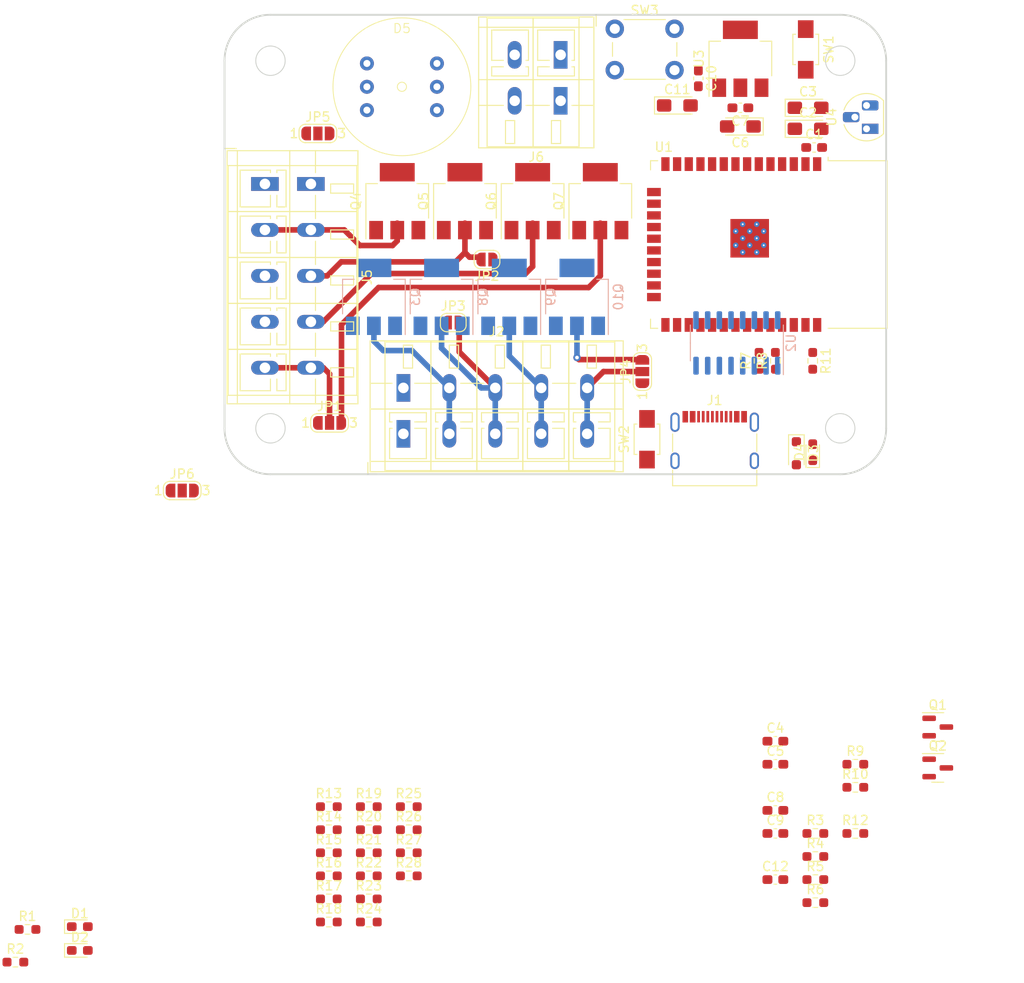
<source format=kicad_pcb>
(kicad_pcb (version 20221018) (generator pcbnew)
  (layers (0 "F.Cu" signal) (31 "B.Cu" signal) (34 "B.Paste" user) (35 "F.Paste" user) (36 "B.SilkS" user "B.Silkscreen") (37 "F.SilkS" user "F.Silkscreen") (38 "B.Mask" user) (39 "F.Mask" user) (44 "Edge.Cuts" user))
  (net 0 "")
  (net 1 "+3.3V")
  (net 2 "GND")
  (net 3 "ESP_EN")
  (net 4 "+5V")
  (net 5 "ESP_IO0")
  (net 6 "Net-(D1-K)")
  (net 7 "Net-(D2-K)")
  (net 8 "Net-(D3-A)")
  (net 9 "Net-(D4-A)")
  (net 11 "D+")
  (net 12 "D-")
  (net 13 "Net-(J1-SBU1)")
  (net 15 "Net-(J1-SBU2)")
  (net 16 "IO33")
  (net 17 "IO32")
  (net 18 "IO35")
  (net 19 "IO34")
  (net 20 "Net-(Q1-B)")
  (net 21 "~{RTS}")
  (net 22 "Net-(Q2-B)")
  (net 23 "~{DTR}")
  (net 24 "TX")
  (net 25 "RX")
  (net 26 "ESP_RX")
  (net 27 "ESP_TX")
  (net 28 "SENSE0")
  (net 37 "IO2_DONOTUSE")
  (net 46 "Button0")
  (net 47 "+24V")
  (net 48 "Net-(J2-Pin_2)")
  (net 49 "Net-(J2-Pin_3)")
  (net 50 "Net-(J2-Pin_4)")
  (net 51 "Net-(J2-Pin_5)")
  (net 52 "Net-(J5-Pin_2)")
  (net 53 "Net-(J5-Pin_3)")
  (net 54 "Net-(J5-Pin_4)")
  (net 55 "Net-(J5-Pin_5)")
  (net 56 "Net-(JP1-B)")
  (net 57 "G1")
  (net 58 "G2")
  (net 59 "Net-(JP4-B)")
  (net 60 "Net-(Q3-G)")
  (net 61 "Net-(Q4-G)")
  (net 62 "Net-(Q5-G)")
  (net 63 "Net-(Q6-G)")
  (net 64 "Net-(Q7-G)")
  (net 65 "Net-(Q8-G)")
  (net 66 "Net-(Q9-G)")
  (net 67 "Net-(Q10-G)")
  (net 68 "R2")
  (net 69 "R1")
  (net 70 "B1")
  (net 71 "W1")
  (net 72 "B2")
  (net 73 "W2")
  (net 74 "IO25")
  (net 75 "MIC_WS")
  (net 76 "IO14")
  (net 77 "IO12")
  (net 78 "IO13")
  (net 79 "IO15")
  (net 80 "IO4")
  (net 81 "IO16")
  (net 82 "IO17")
  (net 83 "MIC_SCK")
  (net 84 "IO18")
  (net 85 "MIC_SD")
  (net 86 "IO22")
  (net 87 "IO23")
  (net 88 "Net-(J2-Pin_1)")
  (net 89 "Net-(J5-Pin_1)")
  (footprint "Resistor_SMD:R_0603_1608Metric_Pad0.98x0.95mm_HandSolder" (layer "F.Cu") (at 68.644 31.556)
    (fp_text reference "R9")
    (fp_text value "10k")
  )
  (footprint "Resistor_SMD:R_0603_1608Metric_Pad0.98x0.95mm_HandSolder" (layer "F.Cu") (at 20.052 36.172)
    (fp_text reference "R25")
    (fp_text value "10k")
  )
  (footprint "Resistor_SMD:R_0603_1608Metric_Pad0.98x0.95mm_HandSolder" (layer "F.Cu") (at 58.166 -12.3425 90)
    (fp_text reference "R7")
    (fp_text value "100R")
  )
  (footprint "Jumper:SolderJumper-2_P1.3mm_Open_RoundedPad1.0x1.5mm" (layer "F.Cu") (at 24.892 -16.51)
    (fp_text reference "JP3")
    (fp_text value "SolderJumper_2_Open")
  )
  (footprint "Package_TO_SOT_SMD:SOT-223" (layer "F.Cu") (at 26.162 -29.718 90)
    (fp_text reference "Q5")
    (fp_text value "IRFL4105PBF")
  )
  (footprint "Resistor_SMD:R_0603_1608Metric_Pad0.98x0.95mm_HandSolder" (layer "F.Cu") (at -22.7565 53.086)
    (fp_text reference "R2")
    (fp_text value "1k")
  )
  (footprint "Resistor_SMD:R_0603_1608Metric_Pad0.98x0.95mm_HandSolder" (layer "F.Cu") (at 15.702 41.192)
    (fp_text reference "R21")
    (fp_text value "100R")
  )
  (footprint "RF_Module:ESP32-WROOM-32" (layer "F.Cu") (at 56.239 -25 -90)
    (fp_text reference "U1")
    (fp_text value "ESP32-WROOM-32")
  )
  (footprint "GioN_Custom:TerminalBlock_WAGO_236-402_1x02_P5.00mm_45Degree" (layer "F.Cu") (at 36.576 -40.64 180)
    (fp_text reference "J6")
    (fp_text value "Conn_01x02")
  )
  (footprint "Resistor_SMD:R_0603_1608Metric_Pad0.98x0.95mm_HandSolder" (layer "F.Cu") (at 64.294 46.616)
    (fp_text reference "R6")
    (fp_text value "5k")
  )
  (footprint "Package_TO_SOT_SMD:SOT-223" (layer "F.Cu") (at 40.894 -29.718 90)
    (fp_text reference "Q7")
    (fp_text value "IRFL4105PBF")
  )
  (footprint "Resistor_SMD:R_0603_1608Metric_Pad0.98x0.95mm_HandSolder" (layer "F.Cu") (at 15.702 48.722)
    (fp_text reference "R24")
    (fp_text value "100R")
  )
  (footprint "GioN_Custom:TerminalBlock_WAGO_236-405_1x05_P5.00mm_45Degree" (layer "F.Cu") (at 9.398 -31.59 -90)
    (fp_text reference "J5")
    (fp_text value "Conn_01x05")
  )
  (footprint "Jumper:SolderJumper-3_P1.3mm_Open_RoundedPad1.0x1.5mm_NumberLabels" (layer "F.Cu") (at 10.16 -37.084)
    (fp_text reference "JP5")
    (fp_text value "SolderJumper_3_Open")
  )
  (footprint "Capacitor_SMD:C_0603_1608Metric_Pad1.08x0.95mm_HandSolder" (layer "F.Cu") (at 59.944 44.106)
    (fp_text reference "C12")
    (fp_text value "100n")
  )
  (footprint "Resistor_SMD:R_0603_1608Metric_Pad0.98x0.95mm_HandSolder" (layer "F.Cu") (at 20.052 43.702)
    (fp_text reference "R28")
    (fp_text value "10k")
  )
  (footprint "Resistor_SMD:R_0603_1608Metric_Pad0.98x0.95mm_HandSolder" (layer "F.Cu") (at -21.4395 49.53)
    (fp_text reference "R1")
    (fp_text value "1k")
  )
  (footprint "Package_TO_SOT_SMD:SOT-223-3_TabPin2" (layer "F.Cu") (at 56.134 -45.212 90)
    (fp_text reference "U3")
    (fp_text value "NCP1117-3.3")
  )
  (footprint "Package_TO_SOT_SMD:SOT-23" (layer "F.Cu") (at 77.614 27.506)
    (fp_text reference "Q1")
    (fp_text value "BC847")
  )
  (footprint "Capacitor_Tantalum_SMD:CP_EIA-3216-18_Kemet-A_Pad1.58x1.35mm_HandSolder" (layer "F.Cu") (at 49.276 -40.132)
    (fp_text reference "C11")
    (fp_text value "10u")
  )
  (footprint "Capacitor_SMD:C_0603_1608Metric_Pad1.08x0.95mm_HandSolder" (layer "F.Cu") (at 51.562 -43.0795 -90)
    (fp_text reference "C10")
    (fp_text value "100n")
  )
  (footprint "Resistor_SMD:R_0603_1608Metric_Pad0.98x0.95mm_HandSolder" (layer "F.Cu") (at 15.702 46.212)
    (fp_text reference "R23")
    (fp_text value "100R")
  )
  (footprint "Resistor_SMD:R_0603_1608Metric_Pad0.98x0.95mm_HandSolder" (layer "F.Cu") (at 68.644 39.086)
    (fp_text reference "R12")
    (fp_text value "10k")
  )
  (footprint "Jumper:SolderJumper-3_P1.3mm_Open_RoundedPad1.0x1.5mm_NumberLabels" (layer "F.Cu") (at -4.602 1.772)
    (fp_text reference "JP6")
    (fp_text value "SolderJumper_3_Open")
  )
  (footprint "Capacitor_Tantalum_SMD:CP_EIA-3216-18_Kemet-A_Pad1.58x1.35mm_HandSolder" (layer "F.Cu") (at 63.5 -39.878)
    (fp_text reference "C3")
    (fp_text value "10u")
  )
  (footprint "Resistor_SMD:R_0603_1608Metric_Pad0.98x0.95mm_HandSolder" (layer "F.Cu") (at 20.052 38.682)
    (fp_text reference "R26")
    (fp_text value "10k")
  )
  (footprint "Package_TO_SOT_SMD:SOT-223" (layer "F.Cu") (at 33.528 -29.718 90)
    (fp_text reference "Q6")
    (fp_text value "IRFL4105PBF")
  )
  (footprint "Resistor_SMD:R_0603_1608Metric_Pad0.98x0.95mm_HandSolder" (layer "F.Cu") (at 11.352 43.702)
    (fp_text reference "R16")
    (fp_text value "10k")
  )
  (footprint "Diode_SMD:D_SOD-323_HandSoldering" (layer "F.Cu") (at 62.23 -2.286 -90)
    (fp_text reference "D3")
    (fp_text value "BAT60A")
  )
  (footprint "Resistor_SMD:R_0603_1608Metric_Pad0.98x0.95mm_HandSolder" (layer "F.Cu") (at 64.294 44.106)
    (fp_text reference "R5")
    (fp_text value "5k1")
  )
  (footprint "Jumper:SolderJumper-3_P1.3mm_Open_RoundedPad1.0x1.5mm_NumberLabels" (layer "F.Cu") (at 45.466 -11.176 90)
    (fp_text reference "JP4")
    (fp_text value "SolderJumper_3_Open")
  )
  (footprint "Resistor_SMD:R_0603_1608Metric_Pad0.98x0.95mm_HandSolder" (layer "F.Cu") (at 20.052 41.192)
    (fp_text reference "R27")
    (fp_text value "10k")
  )
  (footprint "GioN_Custom:TerminalBlock_WAGO_236-405_1x05_P5.00mm_45Degree" (layer "F.Cu") (at 19.464 -9.398)
    (fp_text reference "J2")
    (fp_text value "Conn_01x05")
  )
  (footprint "Button_Switch_THT:SW_PUSH_6mm_H13mm" (layer "F.Cu") (at 42.47 -48.478)
    (fp_text reference "SW3")
    (fp_text value "SW_Push")
  )
  (footprint "Resistor_SMD:R_0603_1608Metric_Pad0.98x0.95mm_HandSolder" (layer "F.Cu") (at 11.352 38.682)
    (fp_text reference "R14")
    (fp_text value "100R")
  )
  (footprint "LED_SMD:LED_0603_1608Metric_Pad1.05x0.95mm_HandSolder" (layer "F.Cu") (at -15.748 51.816)
    (fp_text reference "D2")
    (fp_text value "LED")
  )
  (footprint "GioN_Custom:SW_SPST_B3U-1000P" (layer "F.Cu") (at 45.974 -3.81 90)
    (fp_text reference "SW2")
    (fp_text value "SW_BOOT")
  )
  (footprint "Capacitor_SMD:C_0603_1608Metric_Pad1.08x0.95mm_HandSolder" (layer "F.Cu") (at 59.944 29.046)
    (fp_text reference "C4")
    (fp_text value "100n")
  )
  (footprint "Package_TO_SOT_SMD:SOT-223" (layer "F.Cu") (at 18.796 -29.718 90)
    (fp_text reference "Q4")
    (fp_text value "IRFL4105PBF")
  )
  (footprint "Resistor_SMD:R_0603_1608Metric_Pad0.98x0.95mm_HandSolder" (layer "F.Cu") (at 64.294 39.086)
    (fp_text reference "R3")
    (fp_text value "5k1")
  )
  (footprint "LED_SMD:LED_0603_1608Metric_Pad1.05x0.95mm_HandSolder" (layer "F.Cu") (at 64.008 -2.399 90)
    (fp_text reference "D4")
    (fp_text value "LED")
  )
  (footprint "Jumper:SolderJumper-3_P1.3mm_Open_RoundedPad1.0x1.5mm_NumberLabels" (layer "F.Cu") (at 11.43 -5.588)
    (fp_text reference "JP1")
    (fp_text value "SolderJumper_3_Open")
  )
  (footprint "Resistor_SMD:R_0603_1608Metric_Pad0.98x0.95mm_HandSolder" (layer "F.Cu") (at 68.644 34.066)
    (fp_text reference "R10")
    (fp_text value "10k")
  )
  (footprint "Resistor_SMD:R_0603_1608Metric_Pad0.98x0.95mm_HandSolder" (layer "F.Cu") (at 15.702 43.702)
    (fp_text reference "R22")
    (fp_text value "10k")
  )
  (footprint "Package_TO_SOT_SMD:SOT-23" (layer "F.Cu") (at 77.614 31.956)
    (fp_text reference "Q2")
    (fp_text value "BC847")
  )
  (footprint "Resistor_SMD:R_0603_1608Metric_Pad0.98x0.95mm_HandSolder" (layer "F.Cu") (at 15.702 36.172)
    (fp_text reference "R19")
    (fp_text value "100R")
  )
  (footprint "LED_SMD:LED_0603_1608Metric_Pad1.05x0.95mm_HandSolder" (layer "F.Cu") (at -15.748 49.226)
    (fp_text reference "D1")
    (fp_text value "LED")
  )
  (footprint "Resistor_SMD:R_0603_1608Metric_Pad0.98x0.95mm_HandSolder" (layer "F.Cu") (at 11.352 48.722)
    (fp_text reference "R18")
    (fp_text value "10k")
  )
  (footprint "Package_TO_SOT_THT:TO-92L_HandSolder" (layer "F.Cu") (at 69.862 -37.592 90)
    (fp_text reference "U4")
    (fp_text value "TSSP58P38")
  )
  (footprint "Capacitor_SMD:C_0603_1608Metric_Pad1.08x0.95mm_HandSolder" (layer "F.Cu") (at 59.944 31.556)
    (fp_text reference "C5")
    (fp_text value "100n")
  )
  (footprint "Capacitor_SMD:C_0603_1608Metric_Pad1.08x0.95mm_HandSolder" (layer "F.Cu") (at 59.944 39.086)
    (fp_text reference "C9")
    (fp_text value "100n")
  )
  (footprint "Capacitor_SMD:C_0603_1608Metric_Pad1.08x0.95mm_HandSolder" (layer "F.Cu") (at 56.134 -39.878 180)
    (fp_text reference "C7")
    (fp_text value "100n")
  )
  (footprint "Resistor_SMD:R_0603_1608Metric_Pad0.98x0.95mm_HandSolder" (layer "F.Cu") (at 11.352 46.212)
    (fp_text reference "R17")
    (fp_text value "100R")
  )
  (footprint "Resistor_SMD:R_0603_1608Metric_Pad0.98x0.95mm_HandSolder" (layer "F.Cu") (at 11.352 41.192)
    (fp_text reference "R15")
    (fp_text value "100R")
  )
  (footprint "GioN_Custom:USB_C" (layer "F.Cu") (at 53.34 -2.54)
    (fp_text reference "J1")
    (fp_text value "USB_C_Receptacle_USB2.0")
  )
  (footprint "Resistor_SMD:R_0603_1608Metric_Pad0.98x0.95mm_HandSolder" (layer "F.Cu") (at 11.352 36.172)
    (fp_text reference "R13")
    (fp_text value "100R")
  )
  (footprint "Capacitor_Tantalum_SMD:CP_EIA-3216-18_Kemet-A_Pad1.58x1.35mm_HandSolder" (layer "F.Cu") (at 56.134 -37.846 180)
    (fp_text reference "C6")
    (fp_text value "10u")
  )
  (footprint "Resistor_SMD:R_0603_1608Metric_Pad0.98x0.95mm_HandSolder" (layer "F.Cu") (at 59.944 -12.3425 90)
    (fp_text reference "R8")
    (fp_text value "100R")
  )
  (footprint "Capacitor_Tantalum_SMD:CP_EIA-3216-18_Kemet-A_Pad1.58x1.35mm_HandSolder" (layer "F.Cu") (at 63.5 -37.592)
    (fp_text reference "C2")
    (fp_text value "10u")
  )
  (footprint "Resistor_SMD:R_0603_1608Metric_Pad0.98x0.95mm_HandSolder" (layer "F.Cu") (at 64.008 -12.3425 -90)
    (fp_text reference "R11")
    (fp_text value "220R")
  )
  (footprint "Jumper:SolderJumper-2_P1.3mm_Open_RoundedPad1.0x1.5mm" (layer "F.Cu") (at 28.56 -23.368 180)
    (fp_text reference "JP2")
    (fp_text value "SolderJumper_2_Open")
  )
  (footprint "Capacitor_SMD:C_0603_1608Metric_Pad1.08x0.95mm_HandSolder" (layer "F.Cu") (at 64.1615 -35.56)
    (fp_text reference "C1")
    (fp_text value "100n")
  )
  (footprint "GioN_Custom:SW_SPST_B3U-1000P" (layer "F.Cu") (at 63.246 -46.228 -90)
    (fp_text reference "SW1")
    (fp_text value "SW_RESET")
  )
  (footprint "Capacitor_SMD:C_0603_1608Metric_Pad1.08x0.95mm_HandSolder" (layer "F.Cu") (at 59.944 36.576)
    (fp_text reference "C8")
    (fp_text value "100n")
  )
  (footprint "GioN_Custom:INMP441_Module" (layer "F.Cu") (at 19.304 -42.164)
    (fp_text reference "D5")
    (fp_text value "INMP441")
  )
  (footprint "Resistor_SMD:R_0603_1608Metric_Pad0.98x0.95mm_HandSolder" (layer "F.Cu") (at 64.294 41.596)
    (fp_text reference "R4")
    (fp_text value "10k")
  )
  (footprint "Resistor_SMD:R_0603_1608Metric_Pad0.98x0.95mm_HandSolder" (layer "F.Cu") (at 15.702 38.682)
    (fp_text reference "R20")
    (fp_text value "10k")
  )
  (footprint "Package_SO:SOIC-16_3.9x9.9mm_P1.27mm" (layer "B.Cu") (at 55.753 -14.289 90)
    (fp_text reference "U2")
    (fp_text value "CH340C")
  )
  (footprint "Package_TO_SOT_SMD:SOT-223" (layer "B.Cu") (at 23.622 -19.304 90)
    (fp_text reference "Q8")
    (fp_text value "IRFL4105PBF")
  )
  (footprint "Package_TO_SOT_SMD:SOT-223" (layer "B.Cu") (at 38.354 -19.304 90)
    (fp_text reference "Q10")
    (fp_text value "IRFL4105PBF")
  )
  (footprint "Package_TO_SOT_SMD:SOT-223" (layer "B.Cu") (at 16.256 -19.304 90)
    (fp_text reference "Q3")
    (fp_text value "IRFL4105PBF")
  )
  (footprint "Package_TO_SOT_SMD:SOT-223" (layer "B.Cu") (at 30.988 -19.304 90)
    (fp_text reference "Q9")
    (fp_text value "IRFL4105PBF")
  )
  (gr_line (start 72 -5) (end 72 -45) (stroke (width 0.2)) (layer "Edge.Cuts"))
  (gr_circle (center 67 -5) (end 68.6 -5) (stroke (width 0.1)) (fill none) (layer "Edge.Cuts"))
  (gr_circle (center 5 -5) (end 6.6 -5) (stroke (width 0.1)) (fill none) (layer "Edge.Cuts"))
  (gr_line (start 67 -50) (end 5 -50) (stroke (width 0.2)) (layer "Edge.Cuts"))
  (gr_circle (center 67 -45) (end 68.6 -45) (stroke (width 0.1)) (fill none) (layer "Edge.Cuts"))
  (gr_arc (start 72 -5) (mid 70.535533 -1.464468) (end 67 0) (stroke (width 0.2)) (layer "Edge.Cuts"))
  (gr_arc (start 0 -45) (mid 1.464466 -48.535533) (end 5 -50) (stroke (width 0.2)) (layer "Edge.Cuts"))
  (gr_line (start 0 -45) (end 0 -5) (stroke (width 0.2)) (layer "Edge.Cuts"))
  (gr_line (start 5 0) (end 67 0) (stroke (width 0.2)) (layer "Edge.Cuts"))
  (gr_arc (start 67 -50) (mid 70.535533 -48.535533) (end 72 -45) (stroke (width 0.2)) (layer "Edge.Cuts"))
  (gr_circle (center 5 -45) (end 6.6 -45) (stroke (width 0.1)) (fill none) (layer "Edge.Cuts"))
  (gr_arc (start 5 0) (mid 1.464467 -1.464466) (end 0 -5) (stroke (width 0.2)) (layer "Edge.Cuts"))
  (segment (start 24.464 -4.398) (end 24.464 -9.398) (width 0.6096) (layer "B.Cu") (net 48))
  (segment (start 20.4 -13.462) (end 17.272 -13.462) (width 0.6096) (layer "B.Cu") (net 48))
  (segment (start 24.464 -9.398) (end 20.4 -13.462) (width 0.6096) (layer "B.Cu") (net 48))
  (segment (start 17.272 -13.462) (end 16.256 -14.478) (width 0.6096) (layer "B.Cu") (net 48))
  (segment (start 16.256 -14.478) (end 16.256 -16.154) (width 0.6096) (layer "B.Cu") (net 48))
  (segment (start 25.542 -16.51) (end 25.542 -13.32) (width 0.6096) (layer "F.Cu") (net 49))
  (segment (start 25.542 -13.32) (end 29.464 -9.398) (width 0.6096) (layer "F.Cu") (net 49))
  (segment (start 27.94 -9.398) (end 23.622 -13.716) (width 0.6096) (layer "B.Cu") (net 49))
  (segment (start 29.464 -9.398) (end 27.94 -9.398) (width 0.6096) (layer "B.Cu") (net 49))
  (segment (start 23.622 -13.716) (end 23.622 -16.154) (width 0.6096) (layer "B.Cu") (net 49))
  (segment (start 29.464 -4.398) (end 29.464 -9.398) (width 0.6096) (layer "B.Cu") (net 49))
  (segment (start 30.988 -12.874) (end 30.988 -16.154) (width 0.6096) (layer "B.Cu") (net 50))
  (segment (start 34.464 -4.398) (end 34.464 -9.398) (width 0.6096) (layer "B.Cu") (net 50))
  (segment (start 34.464 -9.398) (end 30.988 -12.874) (width 0.6096) (layer "B.Cu") (net 50))
  (segment (start 45.466 -11.176) (end 41.242 -11.176) (width 0.6096) (layer "F.Cu") (net 51))
  (segment (start 41.242 -11.176) (end 39.464 -9.398) (width 0.6096) (layer "F.Cu") (net 51))
  (segment (start 39.464 -4.398) (end 39.464 -9.398) (width 0.6096) (layer "B.Cu") (net 51))
  (segment (start 13.034 -26.59) (end 14.732 -24.892) (width 0.6096) (layer "F.Cu") (net 52))
  (segment (start 9.398 -26.59) (end 13.034 -26.59) (width 0.6096) (layer "F.Cu") (net 52))
  (segment (start 18.288 -24.892) (end 18.796 -25.4) (width 0.6096) (layer "F.Cu") (net 52))
  (segment (start 18.796 -25.4) (end 18.796 -27.33) (width 0.6096) (layer "F.Cu") (net 52))
  (segment (start 4.398 -26.59) (end 9.398 -26.59) (width 0.6096) (layer "F.Cu") (net 52))
  (segment (start 14.732 -24.892) (end 18.288 -24.892) (width 0.6096) (layer "F.Cu") (net 52))
  (segment (start 26.162 -24.13) (end 26.162 -27.33) (width 0.6096) (layer "F.Cu") (net 53))
  (segment (start 27.656 -23.622) (end 26.67 -23.622) (width 0.6096) (layer "F.Cu") (net 53))
  (segment (start 9.398 -21.59) (end 11.176 -21.59) (width 0.6096) (layer "F.Cu") (net 53))
  (segment (start 12.7 -23.114) (end 25.146 -23.114) (width 0.6096) (layer "F.Cu") (net 53))
  (segment (start 26.67 -23.622) (end 26.162 -24.13) (width 0.6096) (layer "F.Cu") (net 53))
  (segment (start 11.176 -21.59) (end 12.7 -23.114) (width 0.6096) (layer "F.Cu") (net 53))
  (segment (start 25.146 -23.114) (end 26.162 -24.13) (width 0.6096) (layer "F.Cu") (net 53))
  (segment (start 27.91 -23.368) (end 27.656 -23.622) (width 0.6096) (layer "F.Cu") (net 53))
  (segment (start 16.002 -21.844) (end 32.766 -21.844) (width 0.6096) (layer "F.Cu") (net 54))
  (segment (start 9.398 -16.59) (end 10.748 -16.59) (width 0.6096) (layer "F.Cu") (net 54))
  (segment (start 32.766 -21.844) (end 33.528 -22.606) (width 0.6096) (layer "F.Cu") (net 54))
  (segment (start 33.528 -22.606) (end 33.528 -27.33) (width 0.6096) (layer "F.Cu") (net 54))
  (segment (start 10.748 -16.59) (end 16.002 -21.844) (width 0.6096) (layer "F.Cu") (net 54))
  (segment (start 4.398 -11.59) (end 9.398 -11.59) (width 0.6096) (layer "F.Cu") (net 55))
  (segment (start 9.398 -11.59) (end 10.762 -11.59) (width 0.6096) (layer "F.Cu") (net 55))
  (segment (start 10.762 -11.59) (end 11.43 -10.922) (width 0.6096) (layer "F.Cu") (net 55))
  (segment (start 11.43 -10.922) (end 11.43 -5.588) (width 0.6096) (layer "F.Cu") (net 55))
  (segment (start 40.894 -21.59) (end 40.894 -27.33) (width 0.6096) (layer "F.Cu") (net 56))
  (segment (start 16.764 -20.32) (end 39.624 -20.32) (width 0.6096) (layer "F.Cu") (net 56))
  (segment (start 39.624 -20.32) (end 40.894 -21.59) (width 0.6096) (layer "F.Cu") (net 56))
  (segment (start 12.73 -5.588) (end 12.73 -16.286) (width 0.6096) (layer "F.Cu") (net 56))
  (segment (start 12.73 -16.286) (end 16.764 -20.32) (width 0.6096) (layer "F.Cu") (net 56))
  (segment (start 45.466 -12.476) (end 38.578 -12.476) (width 0.6096) (layer "F.Cu") (net 59))
  (segment (start 38.578 -12.476) (end 38.354 -12.7) (width 0.6096) (layer "F.Cu") (net 59))
  (via (at 38.354 -12.7) (size 0.8) (drill 0.4) (layers "F.Cu" "B.Cu") (net 59))
  (segment (start 38.354 -12.7) (end 38.354 -16.154) (width 0.6096) (layer "B.Cu") (net 59))
)
</source>
